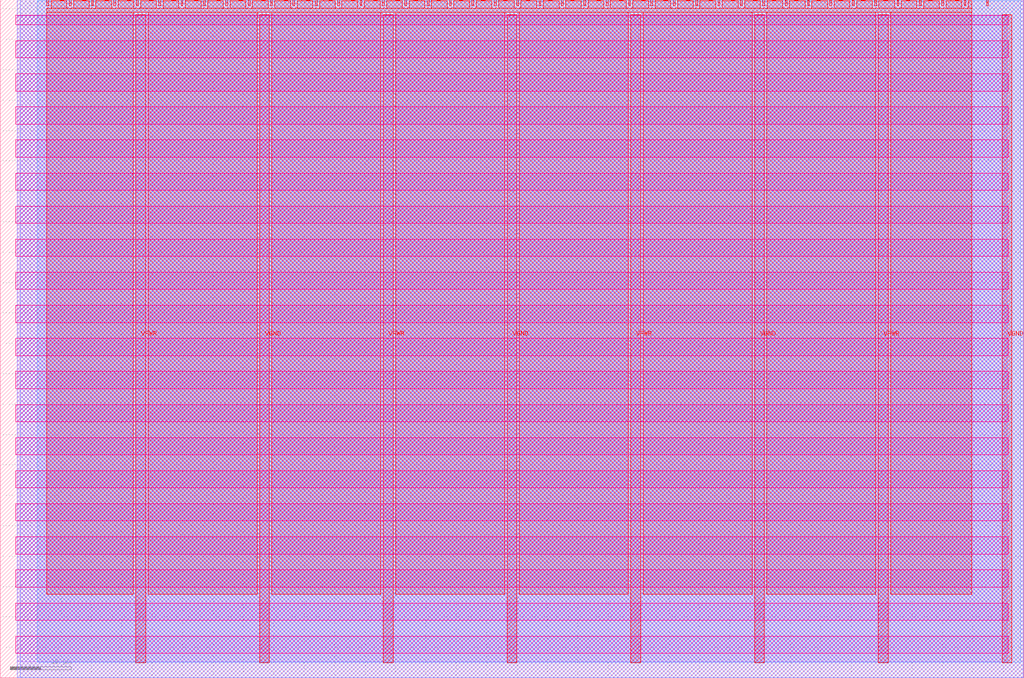
<source format=lef>
VERSION 5.7 ;
  NOWIREEXTENSIONATPIN ON ;
  DIVIDERCHAR "/" ;
  BUSBITCHARS "[]" ;
MACRO tt_um_htfab_rotfpga2
  CLASS BLOCK ;
  FOREIGN tt_um_htfab_rotfpga2 ;
  ORIGIN 0.000 0.000 ;
  SIZE 168.360 BY 111.520 ;
  PIN VGND
    DIRECTION INOUT ;
    USE GROUND ;
    PORT
      LAYER met4 ;
        RECT 42.670 2.480 44.270 109.040 ;
    END
    PORT
      LAYER met4 ;
        RECT 83.380 2.480 84.980 109.040 ;
    END
    PORT
      LAYER met4 ;
        RECT 124.090 2.480 125.690 109.040 ;
    END
    PORT
      LAYER met4 ;
        RECT 164.800 2.480 166.400 109.040 ;
    END
  END VGND
  PIN VPWR
    DIRECTION INOUT ;
    USE POWER ;
    PORT
      LAYER met4 ;
        RECT 22.315 2.480 23.915 109.040 ;
    END
    PORT
      LAYER met4 ;
        RECT 63.025 2.480 64.625 109.040 ;
    END
    PORT
      LAYER met4 ;
        RECT 103.735 2.480 105.335 109.040 ;
    END
    PORT
      LAYER met4 ;
        RECT 144.445 2.480 146.045 109.040 ;
    END
  END VPWR
  PIN clk
    DIRECTION INPUT ;
    USE SIGNAL ;
    ANTENNAGATEAREA 0.852000 ;
    PORT
      LAYER met4 ;
        RECT 158.550 110.520 158.850 111.520 ;
    END
  END clk
  PIN ena
    DIRECTION INPUT ;
    USE SIGNAL ;
    PORT
      LAYER met4 ;
        RECT 162.230 110.520 162.530 111.520 ;
    END
  END ena
  PIN rst_n
    DIRECTION INPUT ;
    USE SIGNAL ;
    ANTENNAGATEAREA 0.213000 ;
    PORT
      LAYER met4 ;
        RECT 154.870 110.520 155.170 111.520 ;
    END
  END rst_n
  PIN ui_in[0]
    DIRECTION INPUT ;
    USE SIGNAL ;
    ANTENNAGATEAREA 0.196500 ;
    PORT
      LAYER met4 ;
        RECT 151.190 110.520 151.490 111.520 ;
    END
  END ui_in[0]
  PIN ui_in[1]
    DIRECTION INPUT ;
    USE SIGNAL ;
    ANTENNAGATEAREA 0.196500 ;
    PORT
      LAYER met4 ;
        RECT 147.510 110.520 147.810 111.520 ;
    END
  END ui_in[1]
  PIN ui_in[2]
    DIRECTION INPUT ;
    USE SIGNAL ;
    ANTENNAGATEAREA 0.196500 ;
    PORT
      LAYER met4 ;
        RECT 143.830 110.520 144.130 111.520 ;
    END
  END ui_in[2]
  PIN ui_in[3]
    DIRECTION INPUT ;
    USE SIGNAL ;
    ANTENNAGATEAREA 0.196500 ;
    PORT
      LAYER met4 ;
        RECT 140.150 110.520 140.450 111.520 ;
    END
  END ui_in[3]
  PIN ui_in[4]
    DIRECTION INPUT ;
    USE SIGNAL ;
    ANTENNAGATEAREA 0.196500 ;
    PORT
      LAYER met4 ;
        RECT 136.470 110.520 136.770 111.520 ;
    END
  END ui_in[4]
  PIN ui_in[5]
    DIRECTION INPUT ;
    USE SIGNAL ;
    ANTENNAGATEAREA 0.196500 ;
    PORT
      LAYER met4 ;
        RECT 132.790 110.520 133.090 111.520 ;
    END
  END ui_in[5]
  PIN ui_in[6]
    DIRECTION INPUT ;
    USE SIGNAL ;
    ANTENNAGATEAREA 0.196500 ;
    PORT
      LAYER met4 ;
        RECT 129.110 110.520 129.410 111.520 ;
    END
  END ui_in[6]
  PIN ui_in[7]
    DIRECTION INPUT ;
    USE SIGNAL ;
    ANTENNAGATEAREA 0.196500 ;
    PORT
      LAYER met4 ;
        RECT 125.430 110.520 125.730 111.520 ;
    END
  END ui_in[7]
  PIN uio_in[0]
    DIRECTION INPUT ;
    USE SIGNAL ;
    ANTENNAGATEAREA 0.196500 ;
    PORT
      LAYER met4 ;
        RECT 121.750 110.520 122.050 111.520 ;
    END
  END uio_in[0]
  PIN uio_in[1]
    DIRECTION INPUT ;
    USE SIGNAL ;
    ANTENNAGATEAREA 0.196500 ;
    PORT
      LAYER met4 ;
        RECT 118.070 110.520 118.370 111.520 ;
    END
  END uio_in[1]
  PIN uio_in[2]
    DIRECTION INPUT ;
    USE SIGNAL ;
    ANTENNAGATEAREA 0.213000 ;
    PORT
      LAYER met4 ;
        RECT 114.390 110.520 114.690 111.520 ;
    END
  END uio_in[2]
  PIN uio_in[3]
    DIRECTION INPUT ;
    USE SIGNAL ;
    ANTENNAGATEAREA 0.196500 ;
    PORT
      LAYER met4 ;
        RECT 110.710 110.520 111.010 111.520 ;
    END
  END uio_in[3]
  PIN uio_in[4]
    DIRECTION INPUT ;
    USE SIGNAL ;
    ANTENNAGATEAREA 0.196500 ;
    PORT
      LAYER met4 ;
        RECT 107.030 110.520 107.330 111.520 ;
    END
  END uio_in[4]
  PIN uio_in[5]
    DIRECTION INPUT ;
    USE SIGNAL ;
    ANTENNAGATEAREA 0.213000 ;
    PORT
      LAYER met4 ;
        RECT 103.350 110.520 103.650 111.520 ;
    END
  END uio_in[5]
  PIN uio_in[6]
    DIRECTION INPUT ;
    USE SIGNAL ;
    ANTENNAGATEAREA 0.126000 ;
    PORT
      LAYER met4 ;
        RECT 99.670 110.520 99.970 111.520 ;
    END
  END uio_in[6]
  PIN uio_in[7]
    DIRECTION INPUT ;
    USE SIGNAL ;
    PORT
      LAYER met4 ;
        RECT 95.990 110.520 96.290 111.520 ;
    END
  END uio_in[7]
  PIN uio_oe[0]
    DIRECTION OUTPUT TRISTATE ;
    USE SIGNAL ;
    PORT
      LAYER met4 ;
        RECT 33.430 110.520 33.730 111.520 ;
    END
  END uio_oe[0]
  PIN uio_oe[1]
    DIRECTION OUTPUT TRISTATE ;
    USE SIGNAL ;
    PORT
      LAYER met4 ;
        RECT 29.750 110.520 30.050 111.520 ;
    END
  END uio_oe[1]
  PIN uio_oe[2]
    DIRECTION OUTPUT TRISTATE ;
    USE SIGNAL ;
    PORT
      LAYER met4 ;
        RECT 26.070 110.520 26.370 111.520 ;
    END
  END uio_oe[2]
  PIN uio_oe[3]
    DIRECTION OUTPUT TRISTATE ;
    USE SIGNAL ;
    PORT
      LAYER met4 ;
        RECT 22.390 110.520 22.690 111.520 ;
    END
  END uio_oe[3]
  PIN uio_oe[4]
    DIRECTION OUTPUT TRISTATE ;
    USE SIGNAL ;
    PORT
      LAYER met4 ;
        RECT 18.710 110.520 19.010 111.520 ;
    END
  END uio_oe[4]
  PIN uio_oe[5]
    DIRECTION OUTPUT TRISTATE ;
    USE SIGNAL ;
    PORT
      LAYER met4 ;
        RECT 15.030 110.520 15.330 111.520 ;
    END
  END uio_oe[5]
  PIN uio_oe[6]
    DIRECTION OUTPUT TRISTATE ;
    USE SIGNAL ;
    PORT
      LAYER met4 ;
        RECT 11.350 110.520 11.650 111.520 ;
    END
  END uio_oe[6]
  PIN uio_oe[7]
    DIRECTION OUTPUT TRISTATE ;
    USE SIGNAL ;
    PORT
      LAYER met4 ;
        RECT 7.670 110.520 7.970 111.520 ;
    END
  END uio_oe[7]
  PIN uio_out[0]
    DIRECTION OUTPUT TRISTATE ;
    USE SIGNAL ;
    PORT
      LAYER met4 ;
        RECT 62.870 110.520 63.170 111.520 ;
    END
  END uio_out[0]
  PIN uio_out[1]
    DIRECTION OUTPUT TRISTATE ;
    USE SIGNAL ;
    PORT
      LAYER met4 ;
        RECT 59.190 110.520 59.490 111.520 ;
    END
  END uio_out[1]
  PIN uio_out[2]
    DIRECTION OUTPUT TRISTATE ;
    USE SIGNAL ;
    PORT
      LAYER met4 ;
        RECT 55.510 110.520 55.810 111.520 ;
    END
  END uio_out[2]
  PIN uio_out[3]
    DIRECTION OUTPUT TRISTATE ;
    USE SIGNAL ;
    PORT
      LAYER met4 ;
        RECT 51.830 110.520 52.130 111.520 ;
    END
  END uio_out[3]
  PIN uio_out[4]
    DIRECTION OUTPUT TRISTATE ;
    USE SIGNAL ;
    PORT
      LAYER met4 ;
        RECT 48.150 110.520 48.450 111.520 ;
    END
  END uio_out[4]
  PIN uio_out[5]
    DIRECTION OUTPUT TRISTATE ;
    USE SIGNAL ;
    PORT
      LAYER met4 ;
        RECT 44.470 110.520 44.770 111.520 ;
    END
  END uio_out[5]
  PIN uio_out[6]
    DIRECTION OUTPUT TRISTATE ;
    USE SIGNAL ;
    PORT
      LAYER met4 ;
        RECT 40.790 110.520 41.090 111.520 ;
    END
  END uio_out[6]
  PIN uio_out[7]
    DIRECTION OUTPUT TRISTATE ;
    USE SIGNAL ;
    ANTENNADIFFAREA 0.795200 ;
    PORT
      LAYER met4 ;
        RECT 37.110 110.520 37.410 111.520 ;
    END
  END uio_out[7]
  PIN uo_out[0]
    DIRECTION OUTPUT TRISTATE ;
    USE SIGNAL ;
    ANTENNADIFFAREA 0.795200 ;
    PORT
      LAYER met4 ;
        RECT 92.310 110.520 92.610 111.520 ;
    END
  END uo_out[0]
  PIN uo_out[1]
    DIRECTION OUTPUT TRISTATE ;
    USE SIGNAL ;
    ANTENNADIFFAREA 0.795200 ;
    PORT
      LAYER met4 ;
        RECT 88.630 110.520 88.930 111.520 ;
    END
  END uo_out[1]
  PIN uo_out[2]
    DIRECTION OUTPUT TRISTATE ;
    USE SIGNAL ;
    ANTENNADIFFAREA 0.795200 ;
    PORT
      LAYER met4 ;
        RECT 84.950 110.520 85.250 111.520 ;
    END
  END uo_out[2]
  PIN uo_out[3]
    DIRECTION OUTPUT TRISTATE ;
    USE SIGNAL ;
    ANTENNADIFFAREA 0.795200 ;
    PORT
      LAYER met4 ;
        RECT 81.270 110.520 81.570 111.520 ;
    END
  END uo_out[3]
  PIN uo_out[4]
    DIRECTION OUTPUT TRISTATE ;
    USE SIGNAL ;
    ANTENNADIFFAREA 0.795200 ;
    PORT
      LAYER met4 ;
        RECT 77.590 110.520 77.890 111.520 ;
    END
  END uo_out[4]
  PIN uo_out[5]
    DIRECTION OUTPUT TRISTATE ;
    USE SIGNAL ;
    ANTENNADIFFAREA 0.795200 ;
    PORT
      LAYER met4 ;
        RECT 73.910 110.520 74.210 111.520 ;
    END
  END uo_out[5]
  PIN uo_out[6]
    DIRECTION OUTPUT TRISTATE ;
    USE SIGNAL ;
    ANTENNADIFFAREA 0.795200 ;
    PORT
      LAYER met4 ;
        RECT 70.230 110.520 70.530 111.520 ;
    END
  END uo_out[6]
  PIN uo_out[7]
    DIRECTION OUTPUT TRISTATE ;
    USE SIGNAL ;
    ANTENNADIFFAREA 0.795200 ;
    PORT
      LAYER met4 ;
        RECT 66.550 110.520 66.850 111.520 ;
    END
  END uo_out[7]
  OBS
      LAYER nwell ;
        RECT 2.570 107.385 165.790 108.990 ;
        RECT 2.570 101.945 165.790 104.775 ;
        RECT 2.570 96.505 165.790 99.335 ;
        RECT 2.570 91.065 165.790 93.895 ;
        RECT 2.570 85.625 165.790 88.455 ;
        RECT 2.570 80.185 165.790 83.015 ;
        RECT 2.570 74.745 165.790 77.575 ;
        RECT 2.570 69.305 165.790 72.135 ;
        RECT 2.570 63.865 165.790 66.695 ;
        RECT 2.570 58.425 165.790 61.255 ;
        RECT 2.570 52.985 165.790 55.815 ;
        RECT 2.570 47.545 165.790 50.375 ;
        RECT 2.570 42.105 165.790 44.935 ;
        RECT 2.570 36.665 165.790 39.495 ;
        RECT 2.570 31.225 165.790 34.055 ;
        RECT 2.570 25.785 165.790 28.615 ;
        RECT 2.570 20.345 165.790 23.175 ;
        RECT 2.570 14.905 165.790 17.735 ;
        RECT 2.570 9.465 165.790 12.295 ;
        RECT 2.570 4.025 165.790 6.855 ;
      LAYER li1 ;
        RECT 2.760 2.635 165.600 108.885 ;
      LAYER met1 ;
        RECT 2.760 0.040 168.290 111.480 ;
      LAYER met2 ;
        RECT 3.320 0.010 168.260 111.510 ;
      LAYER met3 ;
        RECT 6.045 2.555 167.835 111.345 ;
      LAYER met4 ;
        RECT 8.370 110.120 10.950 111.345 ;
        RECT 12.050 110.120 14.630 111.345 ;
        RECT 15.730 110.120 18.310 111.345 ;
        RECT 19.410 110.120 21.990 111.345 ;
        RECT 23.090 110.120 25.670 111.345 ;
        RECT 26.770 110.120 29.350 111.345 ;
        RECT 30.450 110.120 33.030 111.345 ;
        RECT 34.130 110.120 36.710 111.345 ;
        RECT 37.810 110.120 40.390 111.345 ;
        RECT 41.490 110.120 44.070 111.345 ;
        RECT 45.170 110.120 47.750 111.345 ;
        RECT 48.850 110.120 51.430 111.345 ;
        RECT 52.530 110.120 55.110 111.345 ;
        RECT 56.210 110.120 58.790 111.345 ;
        RECT 59.890 110.120 62.470 111.345 ;
        RECT 63.570 110.120 66.150 111.345 ;
        RECT 67.250 110.120 69.830 111.345 ;
        RECT 70.930 110.120 73.510 111.345 ;
        RECT 74.610 110.120 77.190 111.345 ;
        RECT 78.290 110.120 80.870 111.345 ;
        RECT 81.970 110.120 84.550 111.345 ;
        RECT 85.650 110.120 88.230 111.345 ;
        RECT 89.330 110.120 91.910 111.345 ;
        RECT 93.010 110.120 95.590 111.345 ;
        RECT 96.690 110.120 99.270 111.345 ;
        RECT 100.370 110.120 102.950 111.345 ;
        RECT 104.050 110.120 106.630 111.345 ;
        RECT 107.730 110.120 110.310 111.345 ;
        RECT 111.410 110.120 113.990 111.345 ;
        RECT 115.090 110.120 117.670 111.345 ;
        RECT 118.770 110.120 121.350 111.345 ;
        RECT 122.450 110.120 125.030 111.345 ;
        RECT 126.130 110.120 128.710 111.345 ;
        RECT 129.810 110.120 132.390 111.345 ;
        RECT 133.490 110.120 136.070 111.345 ;
        RECT 137.170 110.120 139.750 111.345 ;
        RECT 140.850 110.120 143.430 111.345 ;
        RECT 144.530 110.120 147.110 111.345 ;
        RECT 148.210 110.120 150.790 111.345 ;
        RECT 151.890 110.120 154.470 111.345 ;
        RECT 155.570 110.120 158.150 111.345 ;
        RECT 159.250 110.120 159.770 111.345 ;
        RECT 7.655 109.440 159.770 110.120 ;
        RECT 7.655 13.775 21.915 109.440 ;
        RECT 24.315 13.775 42.270 109.440 ;
        RECT 44.670 13.775 62.625 109.440 ;
        RECT 65.025 13.775 82.980 109.440 ;
        RECT 85.380 13.775 103.335 109.440 ;
        RECT 105.735 13.775 123.690 109.440 ;
        RECT 126.090 13.775 144.045 109.440 ;
        RECT 146.445 13.775 159.770 109.440 ;
  END
END tt_um_htfab_rotfpga2
END LIBRARY


</source>
